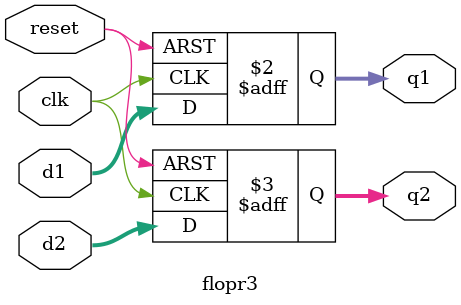
<source format=sv>
module flopr3(input  logic        clk, reset,
                  input  logic [31:0] d1,
                  input  logic [4:0]  d2,
                  output logic [31:0] q1,
                  output logic [4:0]  q2
);

always_ff @(posedge clk, posedge reset)

    if(reset)
        begin
            //q0 <= 0;
            q1 <= 0;
            q2 <= 0;
        end
        
    else
        begin
            //q0 <= d0;
            q1 <= d1;
            q2 <= d2;       
        end

endmodule
</source>
